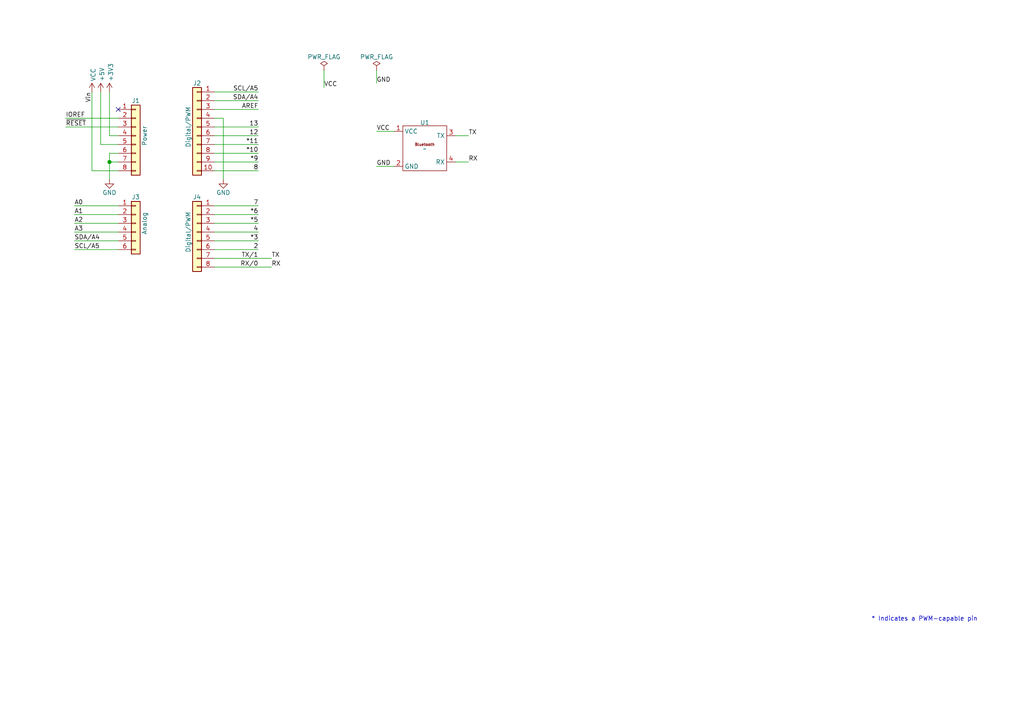
<source format=kicad_sch>
(kicad_sch (version 20230121) (generator eeschema)

  (uuid e63e39d7-6ac0-4ffd-8aa3-1841a4541b55)

  (paper "A4")

  (title_block
    (title "Capteur_Graphite_GOMOND_GUYOT")
    (date "mar. 31 mars 2015")
    (company "INSA Toulouse Génie Physique")
  )

  (lib_symbols
    (symbol "Capteur_Graphite:Bluetooth" (in_bom yes) (on_board yes)
      (property "Reference" "U" (at 0 0 0)
        (effects (font (size 1.27 1.27)))
      )
      (property "Value" "" (at 0 0 0)
        (effects (font (size 1.27 1.27)))
      )
      (property "Footprint" "" (at 0 0 0)
        (effects (font (size 1.27 1.27)) hide)
      )
      (property "Datasheet" "" (at 0 0 0)
        (effects (font (size 1.27 1.27)) hide)
      )
      (symbol "Bluetooth_0_1"
        (polyline
          (pts
            (xy -6.3439 6.7248)
            (xy -6.35 -6.35)
            (xy 6.35 -6.35)
            (xy 6.4084 6.7023)
            (xy -6.3439 6.6798)
          )
          (stroke (width 0) (type default))
          (fill (type none))
        )
        (text "Bluetooth\n" (at 0 1.27 0)
          (effects (font (size 0.8 0.8)))
        )
      )
      (symbol "Bluetooth_1_1"
        (pin bidirectional line (at -8.89 5.08 0) (length 2.54)
          (name "VCC" (effects (font (size 1.27 1.27))))
          (number "1" (effects (font (size 1.27 1.27))))
        )
        (pin bidirectional line (at -8.89 -5.08 0) (length 2.54)
          (name "GND" (effects (font (size 1.27 1.27))))
          (number "2" (effects (font (size 1.27 1.27))))
        )
        (pin bidirectional line (at 8.89 3.81 180) (length 2.54)
          (name "TX" (effects (font (size 1.27 1.27))))
          (number "3" (effects (font (size 1.27 1.27))))
        )
        (pin bidirectional line (at 8.89 -3.81 180) (length 2.54)
          (name "RX" (effects (font (size 1.27 1.27))))
          (number "4" (effects (font (size 1.27 1.27))))
        )
      )
    )
    (symbol "Connector_Generic:Conn_01x06" (pin_names (offset 1.016) hide) (in_bom yes) (on_board yes)
      (property "Reference" "J" (at 0 7.62 0)
        (effects (font (size 1.27 1.27)))
      )
      (property "Value" "Conn_01x06" (at 0 -10.16 0)
        (effects (font (size 1.27 1.27)))
      )
      (property "Footprint" "" (at 0 0 0)
        (effects (font (size 1.27 1.27)) hide)
      )
      (property "Datasheet" "~" (at 0 0 0)
        (effects (font (size 1.27 1.27)) hide)
      )
      (property "ki_keywords" "connector" (at 0 0 0)
        (effects (font (size 1.27 1.27)) hide)
      )
      (property "ki_description" "Generic connector, single row, 01x06, script generated (kicad-library-utils/schlib/autogen/connector/)" (at 0 0 0)
        (effects (font (size 1.27 1.27)) hide)
      )
      (property "ki_fp_filters" "Connector*:*_1x??_*" (at 0 0 0)
        (effects (font (size 1.27 1.27)) hide)
      )
      (symbol "Conn_01x06_1_1"
        (rectangle (start -1.27 -7.493) (end 0 -7.747)
          (stroke (width 0.1524) (type default))
          (fill (type none))
        )
        (rectangle (start -1.27 -4.953) (end 0 -5.207)
          (stroke (width 0.1524) (type default))
          (fill (type none))
        )
        (rectangle (start -1.27 -2.413) (end 0 -2.667)
          (stroke (width 0.1524) (type default))
          (fill (type none))
        )
        (rectangle (start -1.27 0.127) (end 0 -0.127)
          (stroke (width 0.1524) (type default))
          (fill (type none))
        )
        (rectangle (start -1.27 2.667) (end 0 2.413)
          (stroke (width 0.1524) (type default))
          (fill (type none))
        )
        (rectangle (start -1.27 5.207) (end 0 4.953)
          (stroke (width 0.1524) (type default))
          (fill (type none))
        )
        (rectangle (start -1.27 6.35) (end 1.27 -8.89)
          (stroke (width 0.254) (type default))
          (fill (type background))
        )
        (pin passive line (at -5.08 5.08 0) (length 3.81)
          (name "Pin_1" (effects (font (size 1.27 1.27))))
          (number "1" (effects (font (size 1.27 1.27))))
        )
        (pin passive line (at -5.08 2.54 0) (length 3.81)
          (name "Pin_2" (effects (font (size 1.27 1.27))))
          (number "2" (effects (font (size 1.27 1.27))))
        )
        (pin passive line (at -5.08 0 0) (length 3.81)
          (name "Pin_3" (effects (font (size 1.27 1.27))))
          (number "3" (effects (font (size 1.27 1.27))))
        )
        (pin passive line (at -5.08 -2.54 0) (length 3.81)
          (name "Pin_4" (effects (font (size 1.27 1.27))))
          (number "4" (effects (font (size 1.27 1.27))))
        )
        (pin passive line (at -5.08 -5.08 0) (length 3.81)
          (name "Pin_5" (effects (font (size 1.27 1.27))))
          (number "5" (effects (font (size 1.27 1.27))))
        )
        (pin passive line (at -5.08 -7.62 0) (length 3.81)
          (name "Pin_6" (effects (font (size 1.27 1.27))))
          (number "6" (effects (font (size 1.27 1.27))))
        )
      )
    )
    (symbol "Connector_Generic:Conn_01x08" (pin_names (offset 1.016) hide) (in_bom yes) (on_board yes)
      (property "Reference" "J" (at 0 10.16 0)
        (effects (font (size 1.27 1.27)))
      )
      (property "Value" "Conn_01x08" (at 0 -12.7 0)
        (effects (font (size 1.27 1.27)))
      )
      (property "Footprint" "" (at 0 0 0)
        (effects (font (size 1.27 1.27)) hide)
      )
      (property "Datasheet" "~" (at 0 0 0)
        (effects (font (size 1.27 1.27)) hide)
      )
      (property "ki_keywords" "connector" (at 0 0 0)
        (effects (font (size 1.27 1.27)) hide)
      )
      (property "ki_description" "Generic connector, single row, 01x08, script generated (kicad-library-utils/schlib/autogen/connector/)" (at 0 0 0)
        (effects (font (size 1.27 1.27)) hide)
      )
      (property "ki_fp_filters" "Connector*:*_1x??_*" (at 0 0 0)
        (effects (font (size 1.27 1.27)) hide)
      )
      (symbol "Conn_01x08_1_1"
        (rectangle (start -1.27 -10.033) (end 0 -10.287)
          (stroke (width 0.1524) (type default))
          (fill (type none))
        )
        (rectangle (start -1.27 -7.493) (end 0 -7.747)
          (stroke (width 0.1524) (type default))
          (fill (type none))
        )
        (rectangle (start -1.27 -4.953) (end 0 -5.207)
          (stroke (width 0.1524) (type default))
          (fill (type none))
        )
        (rectangle (start -1.27 -2.413) (end 0 -2.667)
          (stroke (width 0.1524) (type default))
          (fill (type none))
        )
        (rectangle (start -1.27 0.127) (end 0 -0.127)
          (stroke (width 0.1524) (type default))
          (fill (type none))
        )
        (rectangle (start -1.27 2.667) (end 0 2.413)
          (stroke (width 0.1524) (type default))
          (fill (type none))
        )
        (rectangle (start -1.27 5.207) (end 0 4.953)
          (stroke (width 0.1524) (type default))
          (fill (type none))
        )
        (rectangle (start -1.27 7.747) (end 0 7.493)
          (stroke (width 0.1524) (type default))
          (fill (type none))
        )
        (rectangle (start -1.27 8.89) (end 1.27 -11.43)
          (stroke (width 0.254) (type default))
          (fill (type background))
        )
        (pin passive line (at -5.08 7.62 0) (length 3.81)
          (name "Pin_1" (effects (font (size 1.27 1.27))))
          (number "1" (effects (font (size 1.27 1.27))))
        )
        (pin passive line (at -5.08 5.08 0) (length 3.81)
          (name "Pin_2" (effects (font (size 1.27 1.27))))
          (number "2" (effects (font (size 1.27 1.27))))
        )
        (pin passive line (at -5.08 2.54 0) (length 3.81)
          (name "Pin_3" (effects (font (size 1.27 1.27))))
          (number "3" (effects (font (size 1.27 1.27))))
        )
        (pin passive line (at -5.08 0 0) (length 3.81)
          (name "Pin_4" (effects (font (size 1.27 1.27))))
          (number "4" (effects (font (size 1.27 1.27))))
        )
        (pin passive line (at -5.08 -2.54 0) (length 3.81)
          (name "Pin_5" (effects (font (size 1.27 1.27))))
          (number "5" (effects (font (size 1.27 1.27))))
        )
        (pin passive line (at -5.08 -5.08 0) (length 3.81)
          (name "Pin_6" (effects (font (size 1.27 1.27))))
          (number "6" (effects (font (size 1.27 1.27))))
        )
        (pin passive line (at -5.08 -7.62 0) (length 3.81)
          (name "Pin_7" (effects (font (size 1.27 1.27))))
          (number "7" (effects (font (size 1.27 1.27))))
        )
        (pin passive line (at -5.08 -10.16 0) (length 3.81)
          (name "Pin_8" (effects (font (size 1.27 1.27))))
          (number "8" (effects (font (size 1.27 1.27))))
        )
      )
    )
    (symbol "Connector_Generic:Conn_01x10" (pin_names (offset 1.016) hide) (in_bom yes) (on_board yes)
      (property "Reference" "J" (at 0 12.7 0)
        (effects (font (size 1.27 1.27)))
      )
      (property "Value" "Conn_01x10" (at 0 -15.24 0)
        (effects (font (size 1.27 1.27)))
      )
      (property "Footprint" "" (at 0 0 0)
        (effects (font (size 1.27 1.27)) hide)
      )
      (property "Datasheet" "~" (at 0 0 0)
        (effects (font (size 1.27 1.27)) hide)
      )
      (property "ki_keywords" "connector" (at 0 0 0)
        (effects (font (size 1.27 1.27)) hide)
      )
      (property "ki_description" "Generic connector, single row, 01x10, script generated (kicad-library-utils/schlib/autogen/connector/)" (at 0 0 0)
        (effects (font (size 1.27 1.27)) hide)
      )
      (property "ki_fp_filters" "Connector*:*_1x??_*" (at 0 0 0)
        (effects (font (size 1.27 1.27)) hide)
      )
      (symbol "Conn_01x10_1_1"
        (rectangle (start -1.27 -12.573) (end 0 -12.827)
          (stroke (width 0.1524) (type default))
          (fill (type none))
        )
        (rectangle (start -1.27 -10.033) (end 0 -10.287)
          (stroke (width 0.1524) (type default))
          (fill (type none))
        )
        (rectangle (start -1.27 -7.493) (end 0 -7.747)
          (stroke (width 0.1524) (type default))
          (fill (type none))
        )
        (rectangle (start -1.27 -4.953) (end 0 -5.207)
          (stroke (width 0.1524) (type default))
          (fill (type none))
        )
        (rectangle (start -1.27 -2.413) (end 0 -2.667)
          (stroke (width 0.1524) (type default))
          (fill (type none))
        )
        (rectangle (start -1.27 0.127) (end 0 -0.127)
          (stroke (width 0.1524) (type default))
          (fill (type none))
        )
        (rectangle (start -1.27 2.667) (end 0 2.413)
          (stroke (width 0.1524) (type default))
          (fill (type none))
        )
        (rectangle (start -1.27 5.207) (end 0 4.953)
          (stroke (width 0.1524) (type default))
          (fill (type none))
        )
        (rectangle (start -1.27 7.747) (end 0 7.493)
          (stroke (width 0.1524) (type default))
          (fill (type none))
        )
        (rectangle (start -1.27 10.287) (end 0 10.033)
          (stroke (width 0.1524) (type default))
          (fill (type none))
        )
        (rectangle (start -1.27 11.43) (end 1.27 -13.97)
          (stroke (width 0.254) (type default))
          (fill (type background))
        )
        (pin passive line (at -5.08 10.16 0) (length 3.81)
          (name "Pin_1" (effects (font (size 1.27 1.27))))
          (number "1" (effects (font (size 1.27 1.27))))
        )
        (pin passive line (at -5.08 -12.7 0) (length 3.81)
          (name "Pin_10" (effects (font (size 1.27 1.27))))
          (number "10" (effects (font (size 1.27 1.27))))
        )
        (pin passive line (at -5.08 7.62 0) (length 3.81)
          (name "Pin_2" (effects (font (size 1.27 1.27))))
          (number "2" (effects (font (size 1.27 1.27))))
        )
        (pin passive line (at -5.08 5.08 0) (length 3.81)
          (name "Pin_3" (effects (font (size 1.27 1.27))))
          (number "3" (effects (font (size 1.27 1.27))))
        )
        (pin passive line (at -5.08 2.54 0) (length 3.81)
          (name "Pin_4" (effects (font (size 1.27 1.27))))
          (number "4" (effects (font (size 1.27 1.27))))
        )
        (pin passive line (at -5.08 0 0) (length 3.81)
          (name "Pin_5" (effects (font (size 1.27 1.27))))
          (number "5" (effects (font (size 1.27 1.27))))
        )
        (pin passive line (at -5.08 -2.54 0) (length 3.81)
          (name "Pin_6" (effects (font (size 1.27 1.27))))
          (number "6" (effects (font (size 1.27 1.27))))
        )
        (pin passive line (at -5.08 -5.08 0) (length 3.81)
          (name "Pin_7" (effects (font (size 1.27 1.27))))
          (number "7" (effects (font (size 1.27 1.27))))
        )
        (pin passive line (at -5.08 -7.62 0) (length 3.81)
          (name "Pin_8" (effects (font (size 1.27 1.27))))
          (number "8" (effects (font (size 1.27 1.27))))
        )
        (pin passive line (at -5.08 -10.16 0) (length 3.81)
          (name "Pin_9" (effects (font (size 1.27 1.27))))
          (number "9" (effects (font (size 1.27 1.27))))
        )
      )
    )
    (symbol "power:+3V3" (power) (pin_names (offset 0)) (in_bom yes) (on_board yes)
      (property "Reference" "#PWR" (at 0 -3.81 0)
        (effects (font (size 1.27 1.27)) hide)
      )
      (property "Value" "+3V3" (at 0 3.556 0)
        (effects (font (size 1.27 1.27)))
      )
      (property "Footprint" "" (at 0 0 0)
        (effects (font (size 1.27 1.27)) hide)
      )
      (property "Datasheet" "" (at 0 0 0)
        (effects (font (size 1.27 1.27)) hide)
      )
      (property "ki_keywords" "power-flag" (at 0 0 0)
        (effects (font (size 1.27 1.27)) hide)
      )
      (property "ki_description" "Power symbol creates a global label with name \"+3V3\"" (at 0 0 0)
        (effects (font (size 1.27 1.27)) hide)
      )
      (symbol "+3V3_0_1"
        (polyline
          (pts
            (xy -0.762 1.27)
            (xy 0 2.54)
          )
          (stroke (width 0) (type default))
          (fill (type none))
        )
        (polyline
          (pts
            (xy 0 0)
            (xy 0 2.54)
          )
          (stroke (width 0) (type default))
          (fill (type none))
        )
        (polyline
          (pts
            (xy 0 2.54)
            (xy 0.762 1.27)
          )
          (stroke (width 0) (type default))
          (fill (type none))
        )
      )
      (symbol "+3V3_1_1"
        (pin power_in line (at 0 0 90) (length 0) hide
          (name "+3V3" (effects (font (size 1.27 1.27))))
          (number "1" (effects (font (size 1.27 1.27))))
        )
      )
    )
    (symbol "power:+5V" (power) (pin_names (offset 0)) (in_bom yes) (on_board yes)
      (property "Reference" "#PWR" (at 0 -3.81 0)
        (effects (font (size 1.27 1.27)) hide)
      )
      (property "Value" "+5V" (at 0 3.556 0)
        (effects (font (size 1.27 1.27)))
      )
      (property "Footprint" "" (at 0 0 0)
        (effects (font (size 1.27 1.27)) hide)
      )
      (property "Datasheet" "" (at 0 0 0)
        (effects (font (size 1.27 1.27)) hide)
      )
      (property "ki_keywords" "power-flag" (at 0 0 0)
        (effects (font (size 1.27 1.27)) hide)
      )
      (property "ki_description" "Power symbol creates a global label with name \"+5V\"" (at 0 0 0)
        (effects (font (size 1.27 1.27)) hide)
      )
      (symbol "+5V_0_1"
        (polyline
          (pts
            (xy -0.762 1.27)
            (xy 0 2.54)
          )
          (stroke (width 0) (type default))
          (fill (type none))
        )
        (polyline
          (pts
            (xy 0 0)
            (xy 0 2.54)
          )
          (stroke (width 0) (type default))
          (fill (type none))
        )
        (polyline
          (pts
            (xy 0 2.54)
            (xy 0.762 1.27)
          )
          (stroke (width 0) (type default))
          (fill (type none))
        )
      )
      (symbol "+5V_1_1"
        (pin power_in line (at 0 0 90) (length 0) hide
          (name "+5V" (effects (font (size 1.27 1.27))))
          (number "1" (effects (font (size 1.27 1.27))))
        )
      )
    )
    (symbol "power:GND" (power) (pin_names (offset 0)) (in_bom yes) (on_board yes)
      (property "Reference" "#PWR" (at 0 -6.35 0)
        (effects (font (size 1.27 1.27)) hide)
      )
      (property "Value" "GND" (at 0 -3.81 0)
        (effects (font (size 1.27 1.27)))
      )
      (property "Footprint" "" (at 0 0 0)
        (effects (font (size 1.27 1.27)) hide)
      )
      (property "Datasheet" "" (at 0 0 0)
        (effects (font (size 1.27 1.27)) hide)
      )
      (property "ki_keywords" "power-flag" (at 0 0 0)
        (effects (font (size 1.27 1.27)) hide)
      )
      (property "ki_description" "Power symbol creates a global label with name \"GND\" , ground" (at 0 0 0)
        (effects (font (size 1.27 1.27)) hide)
      )
      (symbol "GND_0_1"
        (polyline
          (pts
            (xy 0 0)
            (xy 0 -1.27)
            (xy 1.27 -1.27)
            (xy 0 -2.54)
            (xy -1.27 -1.27)
            (xy 0 -1.27)
          )
          (stroke (width 0) (type default))
          (fill (type none))
        )
      )
      (symbol "GND_1_1"
        (pin power_in line (at 0 0 270) (length 0) hide
          (name "GND" (effects (font (size 1.27 1.27))))
          (number "1" (effects (font (size 1.27 1.27))))
        )
      )
    )
    (symbol "power:PWR_FLAG" (power) (pin_numbers hide) (pin_names (offset 0) hide) (in_bom yes) (on_board yes)
      (property "Reference" "#FLG" (at 0 1.905 0)
        (effects (font (size 1.27 1.27)) hide)
      )
      (property "Value" "PWR_FLAG" (at 0 3.81 0)
        (effects (font (size 1.27 1.27)))
      )
      (property "Footprint" "" (at 0 0 0)
        (effects (font (size 1.27 1.27)) hide)
      )
      (property "Datasheet" "~" (at 0 0 0)
        (effects (font (size 1.27 1.27)) hide)
      )
      (property "ki_keywords" "flag power" (at 0 0 0)
        (effects (font (size 1.27 1.27)) hide)
      )
      (property "ki_description" "Special symbol for telling ERC where power comes from" (at 0 0 0)
        (effects (font (size 1.27 1.27)) hide)
      )
      (symbol "PWR_FLAG_0_0"
        (pin power_out line (at 0 0 90) (length 0)
          (name "pwr" (effects (font (size 1.27 1.27))))
          (number "1" (effects (font (size 1.27 1.27))))
        )
      )
      (symbol "PWR_FLAG_0_1"
        (polyline
          (pts
            (xy 0 0)
            (xy 0 1.27)
            (xy -1.016 1.905)
            (xy 0 2.54)
            (xy 1.016 1.905)
            (xy 0 1.27)
          )
          (stroke (width 0) (type default))
          (fill (type none))
        )
      )
    )
    (symbol "power:VCC" (power) (pin_names (offset 0)) (in_bom yes) (on_board yes)
      (property "Reference" "#PWR" (at 0 -3.81 0)
        (effects (font (size 1.27 1.27)) hide)
      )
      (property "Value" "VCC" (at 0 3.81 0)
        (effects (font (size 1.27 1.27)))
      )
      (property "Footprint" "" (at 0 0 0)
        (effects (font (size 1.27 1.27)) hide)
      )
      (property "Datasheet" "" (at 0 0 0)
        (effects (font (size 1.27 1.27)) hide)
      )
      (property "ki_keywords" "power-flag" (at 0 0 0)
        (effects (font (size 1.27 1.27)) hide)
      )
      (property "ki_description" "Power symbol creates a global label with name \"VCC\"" (at 0 0 0)
        (effects (font (size 1.27 1.27)) hide)
      )
      (symbol "VCC_0_1"
        (polyline
          (pts
            (xy -0.762 1.27)
            (xy 0 2.54)
          )
          (stroke (width 0) (type default))
          (fill (type none))
        )
        (polyline
          (pts
            (xy 0 0)
            (xy 0 2.54)
          )
          (stroke (width 0) (type default))
          (fill (type none))
        )
        (polyline
          (pts
            (xy 0 2.54)
            (xy 0.762 1.27)
          )
          (stroke (width 0) (type default))
          (fill (type none))
        )
      )
      (symbol "VCC_1_1"
        (pin power_in line (at 0 0 90) (length 0) hide
          (name "VCC" (effects (font (size 1.27 1.27))))
          (number "1" (effects (font (size 1.27 1.27))))
        )
      )
    )
  )

  (junction (at 31.75 46.99) (diameter 1.016) (color 0 0 0 0)
    (uuid 3dcc657b-55a1-48e0-9667-e01e7b6b08b5)
  )

  (no_connect (at 34.29 31.75) (uuid d181157c-7812-47e5-a0cf-9580c905fc86))

  (wire (pts (xy 62.23 77.47) (xy 78.74 77.47))
    (stroke (width 0) (type solid))
    (uuid 010ba307-2067-49d3-b0fa-6414143f3fc2)
  )
  (wire (pts (xy 62.23 44.45) (xy 74.93 44.45))
    (stroke (width 0) (type solid))
    (uuid 09480ba4-37da-45e3-b9fe-6beebf876349)
  )
  (wire (pts (xy 62.23 26.67) (xy 74.93 26.67))
    (stroke (width 0) (type solid))
    (uuid 0f5d2189-4ead-42fa-8f7a-cfa3af4de132)
  )
  (wire (pts (xy 109.22 48.26) (xy 114.3 48.26))
    (stroke (width 0) (type default))
    (uuid 10fdbcc5-e615-4b7b-9ca7-c09c2b25c905)
  )
  (wire (pts (xy 31.75 44.45) (xy 31.75 46.99))
    (stroke (width 0) (type solid))
    (uuid 1c31b835-925f-4a5c-92df-8f2558bb711b)
  )
  (wire (pts (xy 21.59 72.39) (xy 34.29 72.39))
    (stroke (width 0) (type solid))
    (uuid 20854542-d0b0-4be7-af02-0e5fceb34e01)
  )
  (wire (pts (xy 109.22 38.1) (xy 114.3 38.1))
    (stroke (width 0) (type default))
    (uuid 21748cc4-8dfd-4f32-bfc0-eac9c2110286)
  )
  (wire (pts (xy 31.75 46.99) (xy 31.75 52.07))
    (stroke (width 0) (type solid))
    (uuid 2df788b2-ce68-49bc-a497-4b6570a17f30)
  )
  (wire (pts (xy 31.75 39.37) (xy 34.29 39.37))
    (stroke (width 0) (type solid))
    (uuid 3334b11d-5a13-40b4-a117-d693c543e4ab)
  )
  (wire (pts (xy 29.21 41.91) (xy 34.29 41.91))
    (stroke (width 0) (type solid))
    (uuid 3661f80c-fef8-4441-83be-df8930b3b45e)
  )
  (wire (pts (xy 29.21 26.67) (xy 29.21 41.91))
    (stroke (width 0) (type solid))
    (uuid 392bf1f6-bf67-427d-8d4c-0a87cb757556)
  )
  (wire (pts (xy 62.23 36.83) (xy 74.93 36.83))
    (stroke (width 0) (type solid))
    (uuid 4227fa6f-c399-4f14-8228-23e39d2b7e7d)
  )
  (wire (pts (xy 31.75 26.67) (xy 31.75 39.37))
    (stroke (width 0) (type solid))
    (uuid 442fb4de-4d55-45de-bc27-3e6222ceb890)
  )
  (wire (pts (xy 62.23 59.69) (xy 74.93 59.69))
    (stroke (width 0) (type solid))
    (uuid 4455ee2e-5642-42c1-a83b-f7e65fa0c2f1)
  )
  (wire (pts (xy 34.29 59.69) (xy 21.59 59.69))
    (stroke (width 0) (type solid))
    (uuid 486ca832-85f4-4989-b0f4-569faf9be534)
  )
  (wire (pts (xy 62.23 39.37) (xy 74.93 39.37))
    (stroke (width 0) (type solid))
    (uuid 4a910b57-a5cd-4105-ab4f-bde2a80d4f00)
  )
  (wire (pts (xy 62.23 62.23) (xy 74.93 62.23))
    (stroke (width 0) (type solid))
    (uuid 4e60e1af-19bd-45a0-b418-b7030b594dde)
  )
  (wire (pts (xy 62.23 46.99) (xy 74.93 46.99))
    (stroke (width 0) (type solid))
    (uuid 63f2b71b-521b-4210-bf06-ed65e330fccc)
  )
  (wire (pts (xy 62.23 67.31) (xy 74.93 67.31))
    (stroke (width 0) (type solid))
    (uuid 6bb3ea5f-9e60-4add-9d97-244be2cf61d2)
  )
  (wire (pts (xy 93.98 20.32) (xy 93.98 25.4))
    (stroke (width 0) (type default))
    (uuid 71e3c146-5819-4cb4-866d-0fd720af0905)
  )
  (wire (pts (xy 19.05 34.29) (xy 34.29 34.29))
    (stroke (width 0) (type solid))
    (uuid 73d4774c-1387-4550-b580-a1cc0ac89b89)
  )
  (wire (pts (xy 64.77 34.29) (xy 64.77 52.07))
    (stroke (width 0) (type solid))
    (uuid 84ce350c-b0c1-4e69-9ab2-f7ec7b8bb312)
  )
  (wire (pts (xy 62.23 31.75) (xy 74.93 31.75))
    (stroke (width 0) (type solid))
    (uuid 8a3d35a2-f0f6-4dec-a606-7c8e288ca828)
  )
  (wire (pts (xy 34.29 64.77) (xy 21.59 64.77))
    (stroke (width 0) (type solid))
    (uuid 9377eb1a-3b12-438c-8ebd-f86ace1e8d25)
  )
  (wire (pts (xy 19.05 36.83) (xy 34.29 36.83))
    (stroke (width 0) (type solid))
    (uuid 93e52853-9d1e-4afe-aee8-b825ab9f5d09)
  )
  (wire (pts (xy 34.29 46.99) (xy 31.75 46.99))
    (stroke (width 0) (type solid))
    (uuid 97df9ac9-dbb8-472e-b84f-3684d0eb5efc)
  )
  (wire (pts (xy 34.29 49.53) (xy 26.67 49.53))
    (stroke (width 0) (type solid))
    (uuid a7518f9d-05df-4211-ba17-5d615f04ec46)
  )
  (wire (pts (xy 109.22 20.32) (xy 109.22 24.13))
    (stroke (width 0) (type default))
    (uuid a98ca288-249a-44ce-974f-10acdf6246ff)
  )
  (wire (pts (xy 21.59 62.23) (xy 34.29 62.23))
    (stroke (width 0) (type solid))
    (uuid aab97e46-23d6-4cbf-8684-537b94306d68)
  )
  (wire (pts (xy 132.08 39.37) (xy 135.89 39.37))
    (stroke (width 0) (type default))
    (uuid b04575f6-ab52-439e-893e-d6ca80b27ce8)
  )
  (wire (pts (xy 132.08 46.99) (xy 135.89 46.99))
    (stroke (width 0) (type default))
    (uuid b3ef591b-9086-4371-926e-66357cc546a3)
  )
  (wire (pts (xy 62.23 34.29) (xy 64.77 34.29))
    (stroke (width 0) (type solid))
    (uuid bcbc7302-8a54-4b9b-98b9-f277f1b20941)
  )
  (wire (pts (xy 34.29 44.45) (xy 31.75 44.45))
    (stroke (width 0) (type solid))
    (uuid c12796ad-cf20-466f-9ab3-9cf441392c32)
  )
  (wire (pts (xy 62.23 41.91) (xy 74.93 41.91))
    (stroke (width 0) (type solid))
    (uuid c722a1ff-12f1-49e5-88a4-44ffeb509ca2)
  )
  (wire (pts (xy 62.23 64.77) (xy 74.93 64.77))
    (stroke (width 0) (type solid))
    (uuid cfe99980-2d98-4372-b495-04c53027340b)
  )
  (wire (pts (xy 21.59 67.31) (xy 34.29 67.31))
    (stroke (width 0) (type solid))
    (uuid d3042136-2605-44b2-aebb-5484a9c90933)
  )
  (wire (pts (xy 62.23 29.21) (xy 74.93 29.21))
    (stroke (width 0) (type solid))
    (uuid e7278977-132b-4777-9eb4-7d93363a4379)
  )
  (wire (pts (xy 62.23 72.39) (xy 74.93 72.39))
    (stroke (width 0) (type solid))
    (uuid e9bdd59b-3252-4c44-a357-6fa1af0c210c)
  )
  (wire (pts (xy 62.23 69.85) (xy 74.93 69.85))
    (stroke (width 0) (type solid))
    (uuid ec76dcc9-9949-4dda-bd76-046204829cb4)
  )
  (wire (pts (xy 62.23 74.93) (xy 78.74 74.93))
    (stroke (width 0) (type solid))
    (uuid f853d1d4-c722-44df-98bf-4a6114204628)
  )
  (wire (pts (xy 26.67 49.53) (xy 26.67 26.67))
    (stroke (width 0) (type solid))
    (uuid f8de70cd-e47d-4e80-8f3a-077e9df93aa8)
  )
  (wire (pts (xy 34.29 69.85) (xy 21.59 69.85))
    (stroke (width 0) (type solid))
    (uuid fc39c32d-65b8-4d16-9db5-de89c54a1206)
  )
  (wire (pts (xy 62.23 49.53) (xy 74.93 49.53))
    (stroke (width 0) (type solid))
    (uuid fe837306-92d0-4847-ad21-76c47ae932d1)
  )

  (text "* Indicates a PWM-capable pin" (at 252.73 180.34 0)
    (effects (font (size 1.27 1.27)) (justify left bottom))
    (uuid c364973a-9a67-4667-8185-a3a5c6c6cbdf)
  )

  (label "RX{slash}0" (at 74.93 77.47 180) (fields_autoplaced)
    (effects (font (size 1.27 1.27)) (justify right bottom))
    (uuid 01ea9310-cf66-436b-9b89-1a2f4237b59e)
  )
  (label "GND" (at 109.22 24.13 0) (fields_autoplaced)
    (effects (font (size 1.27 1.27)) (justify left bottom))
    (uuid 06010663-d3ab-4057-a585-d46597ee70e4)
  )
  (label "A2" (at 21.59 64.77 0) (fields_autoplaced)
    (effects (font (size 1.27 1.27)) (justify left bottom))
    (uuid 09251fd4-af37-4d86-8951-1faaac710ffa)
  )
  (label "4" (at 74.93 67.31 180) (fields_autoplaced)
    (effects (font (size 1.27 1.27)) (justify right bottom))
    (uuid 0d8cfe6d-11bf-42b9-9752-f9a5a76bce7e)
  )
  (label "RX" (at 78.74 77.47 0) (fields_autoplaced)
    (effects (font (size 1.27 1.27)) (justify left bottom))
    (uuid 1c04facb-3a32-4953-89c7-f3f470ddc6a7)
  )
  (label "2" (at 74.93 72.39 180) (fields_autoplaced)
    (effects (font (size 1.27 1.27)) (justify right bottom))
    (uuid 23f0c933-49f0-4410-a8db-8b017f48dadc)
  )
  (label "A3" (at 21.59 67.31 0) (fields_autoplaced)
    (effects (font (size 1.27 1.27)) (justify left bottom))
    (uuid 2c60ab74-0590-423b-8921-6f3212a358d2)
  )
  (label "VCC" (at 93.98 25.4 0) (fields_autoplaced)
    (effects (font (size 1.27 1.27)) (justify left bottom))
    (uuid 2f13bc51-a037-41aa-bdd1-284bcbd6a00f)
  )
  (label "VCC" (at 109.22 38.1 0) (fields_autoplaced)
    (effects (font (size 1.27 1.27)) (justify left bottom))
    (uuid 336cf930-6057-4000-88f5-16d7fe29e2ea)
  )
  (label "13" (at 74.93 36.83 180) (fields_autoplaced)
    (effects (font (size 1.27 1.27)) (justify right bottom))
    (uuid 35bc5b35-b7b2-44d5-bbed-557f428649b2)
  )
  (label "12" (at 74.93 39.37 180) (fields_autoplaced)
    (effects (font (size 1.27 1.27)) (justify right bottom))
    (uuid 3ffaa3b1-1d78-4c7b-bdf9-f1a8019c92fd)
  )
  (label "~{RESET}" (at 19.05 36.83 0) (fields_autoplaced)
    (effects (font (size 1.27 1.27)) (justify left bottom))
    (uuid 49585dba-cfa7-4813-841e-9d900d43ecf4)
  )
  (label "*10" (at 74.93 44.45 180) (fields_autoplaced)
    (effects (font (size 1.27 1.27)) (justify right bottom))
    (uuid 54be04e4-fffa-4f7f-8a5f-d0de81314e8f)
  )
  (label "7" (at 74.93 59.69 180) (fields_autoplaced)
    (effects (font (size 1.27 1.27)) (justify right bottom))
    (uuid 873d2c88-519e-482f-a3ed-2484e5f9417e)
  )
  (label "SDA{slash}A4" (at 74.93 29.21 180) (fields_autoplaced)
    (effects (font (size 1.27 1.27)) (justify right bottom))
    (uuid 8885a9dc-224d-44c5-8601-05c1d9983e09)
  )
  (label "8" (at 74.93 49.53 180) (fields_autoplaced)
    (effects (font (size 1.27 1.27)) (justify right bottom))
    (uuid 89b0e564-e7aa-4224-80c9-3f0614fede8f)
  )
  (label "GND" (at 109.22 48.26 0) (fields_autoplaced)
    (effects (font (size 1.27 1.27)) (justify left bottom))
    (uuid 98d314f6-f1e4-4e0d-8ff0-de9c65f65c7f)
  )
  (label "*11" (at 74.93 41.91 180) (fields_autoplaced)
    (effects (font (size 1.27 1.27)) (justify right bottom))
    (uuid 9ad5a781-2469-4c8f-8abf-a1c3586f7cb7)
  )
  (label "*3" (at 74.93 69.85 180) (fields_autoplaced)
    (effects (font (size 1.27 1.27)) (justify right bottom))
    (uuid 9cccf5f9-68a4-4e61-b418-6185dd6a5f9a)
  )
  (label "A1" (at 21.59 62.23 0) (fields_autoplaced)
    (effects (font (size 1.27 1.27)) (justify left bottom))
    (uuid acc9991b-1bdd-4544-9a08-4037937485cb)
  )
  (label "TX{slash}1" (at 74.93 74.93 180) (fields_autoplaced)
    (effects (font (size 1.27 1.27)) (justify right bottom))
    (uuid ae2c9582-b445-44bd-b371-7fc74f6cf852)
  )
  (label "A0" (at 21.59 59.69 0) (fields_autoplaced)
    (effects (font (size 1.27 1.27)) (justify left bottom))
    (uuid ba02dc27-26a3-4648-b0aa-06b6dcaf001f)
  )
  (label "AREF" (at 74.93 31.75 180) (fields_autoplaced)
    (effects (font (size 1.27 1.27)) (justify right bottom))
    (uuid bbf52cf8-6d97-4499-a9ee-3657cebcdabf)
  )
  (label "TX" (at 78.74 74.93 0) (fields_autoplaced)
    (effects (font (size 1.27 1.27)) (justify left bottom))
    (uuid c14b56f9-1fec-49d4-91e6-18fe6454ff72)
  )
  (label "Vin" (at 26.67 26.67 270) (fields_autoplaced)
    (effects (font (size 1.27 1.27)) (justify right bottom))
    (uuid c348793d-eec0-4f33-9b91-2cae8b4224a4)
  )
  (label "*6" (at 74.93 62.23 180) (fields_autoplaced)
    (effects (font (size 1.27 1.27)) (justify right bottom))
    (uuid c775d4e8-c37b-4e73-90c1-1c8d36333aac)
  )
  (label "SCL{slash}A5" (at 74.93 26.67 180) (fields_autoplaced)
    (effects (font (size 1.27 1.27)) (justify right bottom))
    (uuid cba886fc-172a-42fe-8e4c-daace6eaef8e)
  )
  (label "*9" (at 74.93 46.99 180) (fields_autoplaced)
    (effects (font (size 1.27 1.27)) (justify right bottom))
    (uuid ccb58899-a82d-403c-b30b-ee351d622e9c)
  )
  (label "RX" (at 135.89 46.99 0) (fields_autoplaced)
    (effects (font (size 1.27 1.27)) (justify left bottom))
    (uuid d002b80d-197d-44b6-b789-819199e606e9)
  )
  (label "TX" (at 135.89 39.37 0) (fields_autoplaced)
    (effects (font (size 1.27 1.27)) (justify left bottom))
    (uuid d1dd6503-2a4a-4dc9-b6ac-a2c9710ba8ff)
  )
  (label "*5" (at 74.93 64.77 180) (fields_autoplaced)
    (effects (font (size 1.27 1.27)) (justify right bottom))
    (uuid d9a65242-9c26-45cd-9a55-3e69f0d77784)
  )
  (label "IOREF" (at 19.05 34.29 0) (fields_autoplaced)
    (effects (font (size 1.27 1.27)) (justify left bottom))
    (uuid de819ae4-b245-474b-a426-865ba877b8a2)
  )
  (label "SDA{slash}A4" (at 21.59 69.85 0) (fields_autoplaced)
    (effects (font (size 1.27 1.27)) (justify left bottom))
    (uuid e7ce99b8-ca22-4c56-9e55-39d32c709f3c)
  )
  (label "SCL{slash}A5" (at 21.59 72.39 0) (fields_autoplaced)
    (effects (font (size 1.27 1.27)) (justify left bottom))
    (uuid ea5aa60b-a25e-41a1-9e06-c7b6f957567f)
  )

  (symbol (lib_id "Connector_Generic:Conn_01x08") (at 39.37 39.37 0) (unit 1)
    (in_bom yes) (on_board yes) (dnp no)
    (uuid 00000000-0000-0000-0000-000056d71773)
    (property "Reference" "J1" (at 39.37 29.21 0)
      (effects (font (size 1.27 1.27)))
    )
    (property "Value" "Power" (at 41.91 39.37 90)
      (effects (font (size 1.27 1.27)))
    )
    (property "Footprint" "Connector_PinSocket_2.54mm:PinSocket_1x08_P2.54mm_Vertical" (at 39.37 39.37 0)
      (effects (font (size 1.27 1.27)) hide)
    )
    (property "Datasheet" "" (at 39.37 39.37 0)
      (effects (font (size 1.27 1.27)))
    )
    (pin "1" (uuid d4c02b7e-3be7-4193-a989-fb40130f3319))
    (pin "2" (uuid 1d9f20f8-8d42-4e3d-aece-4c12cc80d0d3))
    (pin "3" (uuid 4801b550-c773-45a3-9bc6-15a3e9341f08))
    (pin "4" (uuid fbe5a73e-5be6-45ba-85f2-2891508cd936))
    (pin "5" (uuid 8f0d2977-6611-4bfc-9a74-1791861e9159))
    (pin "6" (uuid 270f30a7-c159-467b-ab5f-aee66a24a8c7))
    (pin "7" (uuid 760eb2a5-8bbd-4298-88f0-2b1528e020ff))
    (pin "8" (uuid 6a44a55c-6ae0-4d79-b4a1-52d3e48a7065))
    (instances
      (project "Projet"
        (path "/e63e39d7-6ac0-4ffd-8aa3-1841a4541b55"
          (reference "J1") (unit 1)
        )
      )
    )
  )

  (symbol (lib_id "power:+3V3") (at 31.75 26.67 0) (unit 1)
    (in_bom yes) (on_board yes) (dnp no)
    (uuid 00000000-0000-0000-0000-000056d71aa9)
    (property "Reference" "#PWR03" (at 31.75 30.48 0)
      (effects (font (size 1.27 1.27)) hide)
    )
    (property "Value" "+3.3V" (at 32.131 23.622 90)
      (effects (font (size 1.27 1.27)) (justify left))
    )
    (property "Footprint" "" (at 31.75 26.67 0)
      (effects (font (size 1.27 1.27)))
    )
    (property "Datasheet" "" (at 31.75 26.67 0)
      (effects (font (size 1.27 1.27)))
    )
    (pin "1" (uuid 25f7f7e2-1fc6-41d8-a14b-2d2742e98c50))
    (instances
      (project "Projet"
        (path "/e63e39d7-6ac0-4ffd-8aa3-1841a4541b55"
          (reference "#PWR03") (unit 1)
        )
      )
    )
  )

  (symbol (lib_id "power:+5V") (at 29.21 26.67 0) (unit 1)
    (in_bom yes) (on_board yes) (dnp no)
    (uuid 00000000-0000-0000-0000-000056d71d10)
    (property "Reference" "#PWR02" (at 29.21 30.48 0)
      (effects (font (size 1.27 1.27)) hide)
    )
    (property "Value" "+5V" (at 29.5656 23.622 90)
      (effects (font (size 1.27 1.27)) (justify left))
    )
    (property "Footprint" "" (at 29.21 26.67 0)
      (effects (font (size 1.27 1.27)))
    )
    (property "Datasheet" "" (at 29.21 26.67 0)
      (effects (font (size 1.27 1.27)))
    )
    (pin "1" (uuid fdd33dcf-399e-4ac6-99f5-9ccff615cf55))
    (instances
      (project "Projet"
        (path "/e63e39d7-6ac0-4ffd-8aa3-1841a4541b55"
          (reference "#PWR02") (unit 1)
        )
      )
    )
  )

  (symbol (lib_id "power:GND") (at 31.75 52.07 0) (unit 1)
    (in_bom yes) (on_board yes) (dnp no)
    (uuid 00000000-0000-0000-0000-000056d721e6)
    (property "Reference" "#PWR04" (at 31.75 58.42 0)
      (effects (font (size 1.27 1.27)) hide)
    )
    (property "Value" "GND" (at 31.75 55.88 0)
      (effects (font (size 1.27 1.27)))
    )
    (property "Footprint" "" (at 31.75 52.07 0)
      (effects (font (size 1.27 1.27)))
    )
    (property "Datasheet" "" (at 31.75 52.07 0)
      (effects (font (size 1.27 1.27)))
    )
    (pin "1" (uuid 87fd47b6-2ebb-4b03-a4f0-be8b5717bf68))
    (instances
      (project "Projet"
        (path "/e63e39d7-6ac0-4ffd-8aa3-1841a4541b55"
          (reference "#PWR04") (unit 1)
        )
      )
    )
  )

  (symbol (lib_id "Connector_Generic:Conn_01x10") (at 57.15 36.83 0) (mirror y) (unit 1)
    (in_bom yes) (on_board yes) (dnp no)
    (uuid 00000000-0000-0000-0000-000056d72368)
    (property "Reference" "J2" (at 57.15 24.13 0)
      (effects (font (size 1.27 1.27)))
    )
    (property "Value" "Digital/PWM" (at 54.61 36.83 90)
      (effects (font (size 1.27 1.27)))
    )
    (property "Footprint" "Connector_PinSocket_2.54mm:PinSocket_1x10_P2.54mm_Vertical" (at 57.15 36.83 0)
      (effects (font (size 1.27 1.27)) hide)
    )
    (property "Datasheet" "" (at 57.15 36.83 0)
      (effects (font (size 1.27 1.27)))
    )
    (pin "1" (uuid 479c0210-c5dd-4420-aa63-d8c5247cc255))
    (pin "10" (uuid 69b11fa8-6d66-48cf-aa54-1a3009033625))
    (pin "2" (uuid 013a3d11-607f-4568-bbac-ce1ce9ce9f7a))
    (pin "3" (uuid 92bea09f-8c05-493b-981e-5298e629b225))
    (pin "4" (uuid 66c1cab1-9206-4430-914c-14dcf23db70f))
    (pin "5" (uuid e264de4a-49ca-4afe-b718-4f94ad734148))
    (pin "6" (uuid 03467115-7f58-481b-9fbc-afb2550dd13c))
    (pin "7" (uuid 9aa9dec0-f260-4bba-a6cf-25f804e6b111))
    (pin "8" (uuid a3a57bae-7391-4e6d-b628-e6aff8f8ed86))
    (pin "9" (uuid 00a2e9f5-f40a-49ba-91e4-cbef19d3b42b))
    (instances
      (project "Projet"
        (path "/e63e39d7-6ac0-4ffd-8aa3-1841a4541b55"
          (reference "J2") (unit 1)
        )
      )
    )
  )

  (symbol (lib_id "power:GND") (at 64.77 52.07 0) (unit 1)
    (in_bom yes) (on_board yes) (dnp no)
    (uuid 00000000-0000-0000-0000-000056d72a3d)
    (property "Reference" "#PWR05" (at 64.77 58.42 0)
      (effects (font (size 1.27 1.27)) hide)
    )
    (property "Value" "GND" (at 64.77 55.88 0)
      (effects (font (size 1.27 1.27)))
    )
    (property "Footprint" "" (at 64.77 52.07 0)
      (effects (font (size 1.27 1.27)))
    )
    (property "Datasheet" "" (at 64.77 52.07 0)
      (effects (font (size 1.27 1.27)))
    )
    (pin "1" (uuid dcc7d892-ae5b-4d8f-ab19-e541f0cf0497))
    (instances
      (project "Projet"
        (path "/e63e39d7-6ac0-4ffd-8aa3-1841a4541b55"
          (reference "#PWR05") (unit 1)
        )
      )
    )
  )

  (symbol (lib_id "Connector_Generic:Conn_01x06") (at 39.37 64.77 0) (unit 1)
    (in_bom yes) (on_board yes) (dnp no)
    (uuid 00000000-0000-0000-0000-000056d72f1c)
    (property "Reference" "J3" (at 39.37 57.15 0)
      (effects (font (size 1.27 1.27)))
    )
    (property "Value" "Analog" (at 41.91 64.77 90)
      (effects (font (size 1.27 1.27)))
    )
    (property "Footprint" "Connector_PinSocket_2.54mm:PinSocket_1x06_P2.54mm_Vertical" (at 39.37 64.77 0)
      (effects (font (size 1.27 1.27)) hide)
    )
    (property "Datasheet" "~" (at 39.37 64.77 0)
      (effects (font (size 1.27 1.27)) hide)
    )
    (pin "1" (uuid 1e1d0a18-dba5-42d5-95e9-627b560e331d))
    (pin "2" (uuid 11423bda-2cc6-48db-b907-033a5ced98b7))
    (pin "3" (uuid 20a4b56c-be89-418e-a029-3b98e8beca2b))
    (pin "4" (uuid 163db149-f951-4db7-8045-a808c21d7a66))
    (pin "5" (uuid d47b8a11-7971-42ed-a188-2ff9f0b98c7a))
    (pin "6" (uuid 57b1224b-fab7-4047-863e-42b792ecf64b))
    (instances
      (project "Projet"
        (path "/e63e39d7-6ac0-4ffd-8aa3-1841a4541b55"
          (reference "J3") (unit 1)
        )
      )
    )
  )

  (symbol (lib_id "Connector_Generic:Conn_01x08") (at 57.15 67.31 0) (mirror y) (unit 1)
    (in_bom yes) (on_board yes) (dnp no)
    (uuid 00000000-0000-0000-0000-000056d734d0)
    (property "Reference" "J4" (at 57.15 57.15 0)
      (effects (font (size 1.27 1.27)))
    )
    (property "Value" "Digital/PWM" (at 54.61 67.31 90)
      (effects (font (size 1.27 1.27)))
    )
    (property "Footprint" "Connector_PinSocket_2.54mm:PinSocket_1x08_P2.54mm_Vertical" (at 57.15 67.31 0)
      (effects (font (size 1.27 1.27)) hide)
    )
    (property "Datasheet" "" (at 57.15 67.31 0)
      (effects (font (size 1.27 1.27)))
    )
    (pin "1" (uuid 5381a37b-26e9-4dc5-a1df-d5846cca7e02))
    (pin "2" (uuid a4e4eabd-ecd9-495d-83e1-d1e1e828ff74))
    (pin "3" (uuid b659d690-5ae4-4e88-8049-6e4694137cd1))
    (pin "4" (uuid 01e4a515-1e76-4ac0-8443-cb9dae94686e))
    (pin "5" (uuid fadf7cf0-7a5e-4d79-8b36-09596a4f1208))
    (pin "6" (uuid 848129ec-e7db-4164-95a7-d7b289ecb7c4))
    (pin "7" (uuid b7a20e44-a4b2-4578-93ae-e5a04c1f0135))
    (pin "8" (uuid c0cfa2f9-a894-4c72-b71e-f8c87c0a0712))
    (instances
      (project "Projet"
        (path "/e63e39d7-6ac0-4ffd-8aa3-1841a4541b55"
          (reference "J4") (unit 1)
        )
      )
    )
  )

  (symbol (lib_id "power:PWR_FLAG") (at 109.22 20.32 0) (unit 1)
    (in_bom yes) (on_board yes) (dnp no) (fields_autoplaced)
    (uuid 1c6c5880-b219-4b27-9208-fd7ed306c7ed)
    (property "Reference" "#FLG02" (at 109.22 18.415 0)
      (effects (font (size 1.27 1.27)) hide)
    )
    (property "Value" "PWR_FLAG" (at 109.22 16.51 0)
      (effects (font (size 1.27 1.27)))
    )
    (property "Footprint" "" (at 109.22 20.32 0)
      (effects (font (size 1.27 1.27)) hide)
    )
    (property "Datasheet" "~" (at 109.22 20.32 0)
      (effects (font (size 1.27 1.27)) hide)
    )
    (pin "1" (uuid 0dda38a7-2d0a-4d19-8007-bca1867d9dbb))
    (instances
      (project "Projet"
        (path "/e63e39d7-6ac0-4ffd-8aa3-1841a4541b55"
          (reference "#FLG02") (unit 1)
        )
      )
    )
  )

  (symbol (lib_id "Capteur_Graphite:Bluetooth") (at 123.19 43.18 0) (unit 1)
    (in_bom yes) (on_board yes) (dnp no) (fields_autoplaced)
    (uuid 1d1dce94-c6c1-49e9-9d81-47346c9658d9)
    (property "Reference" "U1" (at 123.2192 35.56 0)
      (effects (font (size 1.27 1.27)))
    )
    (property "Value" "~" (at 123.19 43.18 0)
      (effects (font (size 1.27 1.27)))
    )
    (property "Footprint" "Empreinte_Projet_Capteur:SIP-4" (at 123.19 43.18 0)
      (effects (font (size 1.27 1.27)) hide)
    )
    (property "Datasheet" "" (at 123.19 43.18 0)
      (effects (font (size 1.27 1.27)) hide)
    )
    (pin "1" (uuid 0704ddd0-14c2-4f17-8c15-c508f336c6b5))
    (pin "2" (uuid 35cd093e-36cc-427e-aee0-2359d7c4c765))
    (pin "3" (uuid 288f79cf-eb67-4af5-8f88-62b03c0da681))
    (pin "4" (uuid 5286f750-90a2-4b78-8137-5a565772b6fb))
    (instances
      (project "Projet"
        (path "/e63e39d7-6ac0-4ffd-8aa3-1841a4541b55"
          (reference "U1") (unit 1)
        )
      )
    )
  )

  (symbol (lib_id "power:VCC") (at 26.67 26.67 0) (unit 1)
    (in_bom yes) (on_board yes) (dnp no)
    (uuid 5ca20c89-dc15-4322-ac65-caf5d0f5fcce)
    (property "Reference" "#PWR01" (at 26.67 30.48 0)
      (effects (font (size 1.27 1.27)) hide)
    )
    (property "Value" "VCC" (at 27.051 23.622 90)
      (effects (font (size 1.27 1.27)) (justify left))
    )
    (property "Footprint" "" (at 26.67 26.67 0)
      (effects (font (size 1.27 1.27)) hide)
    )
    (property "Datasheet" "" (at 26.67 26.67 0)
      (effects (font (size 1.27 1.27)) hide)
    )
    (pin "1" (uuid 6bd03990-0c6f-47aa-a191-9be4dd5032ee))
    (instances
      (project "Projet"
        (path "/e63e39d7-6ac0-4ffd-8aa3-1841a4541b55"
          (reference "#PWR01") (unit 1)
        )
      )
    )
  )

  (symbol (lib_id "power:PWR_FLAG") (at 93.98 20.32 0) (unit 1)
    (in_bom yes) (on_board yes) (dnp no) (fields_autoplaced)
    (uuid 90453c93-9a71-4f19-a4cd-71669f2753d9)
    (property "Reference" "#FLG01" (at 93.98 18.415 0)
      (effects (font (size 1.27 1.27)) hide)
    )
    (property "Value" "PWR_FLAG" (at 93.98 16.51 0)
      (effects (font (size 1.27 1.27)))
    )
    (property "Footprint" "" (at 93.98 20.32 0)
      (effects (font (size 1.27 1.27)) hide)
    )
    (property "Datasheet" "~" (at 93.98 20.32 0)
      (effects (font (size 1.27 1.27)) hide)
    )
    (pin "1" (uuid b1e73eca-1ba5-43fe-baef-73726b971baa))
    (instances
      (project "Projet"
        (path "/e63e39d7-6ac0-4ffd-8aa3-1841a4541b55"
          (reference "#FLG01") (unit 1)
        )
      )
    )
  )

  (sheet_instances
    (path "/" (page "1"))
  )
)

</source>
